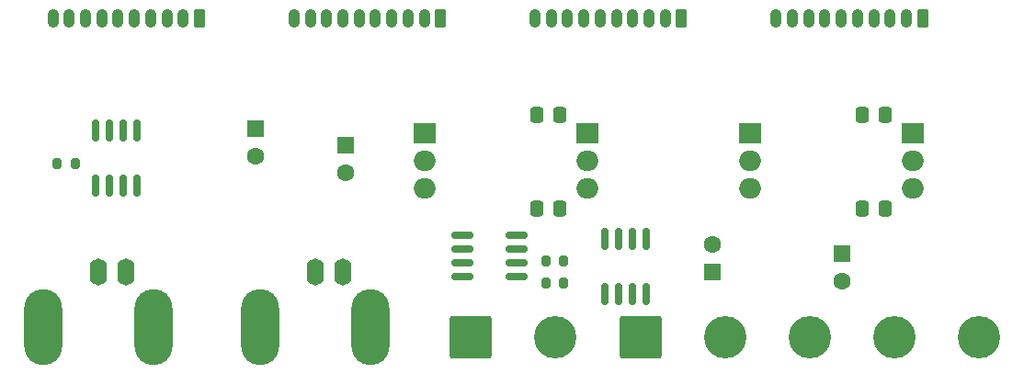
<source format=gts>
G04 #@! TF.GenerationSoftware,KiCad,Pcbnew,8.0.7*
G04 #@! TF.CreationDate,2025-01-13T15:19:08-08:00*
G04 #@! TF.ProjectId,psu_linear_reg,7073755f-6c69-46e6-9561-725f7265672e,rev?*
G04 #@! TF.SameCoordinates,Original*
G04 #@! TF.FileFunction,Soldermask,Top*
G04 #@! TF.FilePolarity,Negative*
%FSLAX46Y46*%
G04 Gerber Fmt 4.6, Leading zero omitted, Abs format (unit mm)*
G04 Created by KiCad (PCBNEW 8.0.7) date 2025-01-13 15:19:08*
%MOMM*%
%LPD*%
G01*
G04 APERTURE LIST*
G04 Aperture macros list*
%AMRoundRect*
0 Rectangle with rounded corners*
0 $1 Rounding radius*
0 $2 $3 $4 $5 $6 $7 $8 $9 X,Y pos of 4 corners*
0 Add a 4 corners polygon primitive as box body*
4,1,4,$2,$3,$4,$5,$6,$7,$8,$9,$2,$3,0*
0 Add four circle primitives for the rounded corners*
1,1,$1+$1,$2,$3*
1,1,$1+$1,$4,$5*
1,1,$1+$1,$6,$7*
1,1,$1+$1,$8,$9*
0 Add four rect primitives between the rounded corners*
20,1,$1+$1,$2,$3,$4,$5,0*
20,1,$1+$1,$4,$5,$6,$7,0*
20,1,$1+$1,$6,$7,$8,$9,0*
20,1,$1+$1,$8,$9,$2,$3,0*%
G04 Aperture macros list end*
%ADD10O,1.600000X2.500000*%
%ADD11O,3.500000X7.000000*%
%ADD12RoundRect,0.250000X0.265000X0.615000X-0.265000X0.615000X-0.265000X-0.615000X0.265000X-0.615000X0*%
%ADD13O,1.030000X1.730000*%
%ADD14O,2.000000X1.905000*%
%ADD15R,2.000000X1.905000*%
%ADD16RoundRect,0.250000X0.337500X0.475000X-0.337500X0.475000X-0.337500X-0.475000X0.337500X-0.475000X0*%
%ADD17RoundRect,0.200000X0.200000X0.275000X-0.200000X0.275000X-0.200000X-0.275000X0.200000X-0.275000X0*%
%ADD18RoundRect,0.250002X-1.699998X-1.699998X1.699998X-1.699998X1.699998X1.699998X-1.699998X1.699998X0*%
%ADD19C,3.900000*%
%ADD20RoundRect,0.200000X-0.200000X-0.275000X0.200000X-0.275000X0.200000X0.275000X-0.200000X0.275000X0*%
%ADD21R,1.600000X1.600000*%
%ADD22C,1.600000*%
%ADD23RoundRect,0.162500X0.162500X-0.825000X0.162500X0.825000X-0.162500X0.825000X-0.162500X-0.825000X0*%
%ADD24RoundRect,0.150000X0.825000X0.150000X-0.825000X0.150000X-0.825000X-0.150000X0.825000X-0.150000X0*%
G04 APERTURE END LIST*
D10*
X97000000Y-143000000D03*
D11*
X102080000Y-148080000D03*
D10*
X99540000Y-143000000D03*
D11*
X91920000Y-148080000D03*
D12*
X150700000Y-119600000D03*
D13*
X149200000Y-119600000D03*
X147700000Y-119600000D03*
X146200000Y-119600000D03*
X144700000Y-119600000D03*
X143200000Y-119600000D03*
X141700000Y-119600000D03*
X140200000Y-119600000D03*
X138700000Y-119600000D03*
X137200000Y-119600000D03*
D10*
X117000000Y-143000000D03*
D11*
X122080000Y-148080000D03*
D10*
X119540000Y-143000000D03*
D11*
X111920000Y-148080000D03*
D14*
X142000000Y-135330000D03*
X142000000Y-132790000D03*
D15*
X142000000Y-130250000D03*
D16*
X139467500Y-137160000D03*
X137392500Y-137160000D03*
X169418000Y-128524000D03*
X167343000Y-128524000D03*
D17*
X94825000Y-133000000D03*
X93175000Y-133000000D03*
D16*
X169439500Y-137160000D03*
X167364500Y-137160000D03*
D18*
X131300000Y-149000000D03*
D19*
X139100000Y-149000000D03*
D12*
X172900000Y-119600000D03*
D13*
X171400000Y-119600000D03*
X169900000Y-119600000D03*
X168400000Y-119600000D03*
X166900000Y-119600000D03*
X165400000Y-119600000D03*
X163900000Y-119600000D03*
X162400000Y-119600000D03*
X160900000Y-119600000D03*
X159400000Y-119600000D03*
D15*
X127000000Y-130250000D03*
D14*
X127000000Y-132790000D03*
X127000000Y-135330000D03*
D20*
X138175000Y-144000000D03*
X139825000Y-144000000D03*
D21*
X111500000Y-129817621D03*
D22*
X111500000Y-132317621D03*
D18*
X146900000Y-149000000D03*
D19*
X154700000Y-149000000D03*
X162500000Y-149000000D03*
X170300000Y-149000000D03*
X178100000Y-149000000D03*
D16*
X139467500Y-128524000D03*
X137392500Y-128524000D03*
D12*
X128500000Y-119600000D03*
D13*
X127000000Y-119600000D03*
X125500000Y-119600000D03*
X124000000Y-119600000D03*
X122500000Y-119600000D03*
X121000000Y-119600000D03*
X119500000Y-119600000D03*
X118000000Y-119600000D03*
X116500000Y-119600000D03*
X115000000Y-119600000D03*
D23*
X143595000Y-145037500D03*
X144865000Y-145037500D03*
X146135000Y-145037500D03*
X147405000Y-145037500D03*
X147405000Y-139962500D03*
X146135000Y-139962500D03*
X144865000Y-139962500D03*
X143595000Y-139962500D03*
D21*
X165500000Y-141317621D03*
D22*
X165500000Y-143817621D03*
D15*
X157000000Y-130250000D03*
D14*
X157000000Y-132790000D03*
X157000000Y-135330000D03*
D15*
X172000000Y-130250000D03*
D14*
X172000000Y-132790000D03*
X172000000Y-135330000D03*
D21*
X153500000Y-143000000D03*
D22*
X153500000Y-140500000D03*
D17*
X139825000Y-142000000D03*
X138175000Y-142000000D03*
D23*
X96690000Y-135037500D03*
X97960000Y-135037500D03*
X99230000Y-135037500D03*
X100500000Y-135037500D03*
X100500000Y-129962500D03*
X99230000Y-129962500D03*
X97960000Y-129962500D03*
X96690000Y-129962500D03*
D21*
X119750000Y-131317621D03*
D22*
X119750000Y-133817621D03*
D12*
X106300000Y-119600000D03*
D13*
X104800000Y-119600000D03*
X103300000Y-119600000D03*
X101800000Y-119600000D03*
X100300000Y-119600000D03*
X98800000Y-119600000D03*
X97300000Y-119600000D03*
X95800000Y-119600000D03*
X94300000Y-119600000D03*
X92800000Y-119600000D03*
D24*
X135475000Y-143405000D03*
X135475000Y-142135000D03*
X135475000Y-140865000D03*
X135475000Y-139595000D03*
X130525000Y-139595000D03*
X130525000Y-140865000D03*
X130525000Y-142135000D03*
X130525000Y-143405000D03*
M02*

</source>
